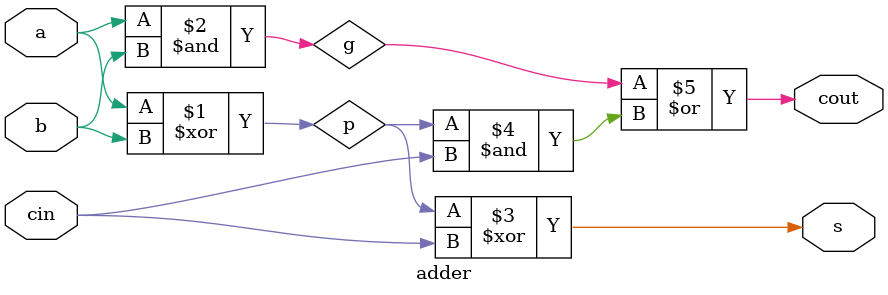
<source format=sv>
module adder(
        input logic a, b, cin,
        output logic s, cout);

    logic p, g;

    assign p = a ^ b;
    assign g = a & b;

    assign s = p ^ cin;
    assign cout = g | (p & cin);
endmodule
</source>
